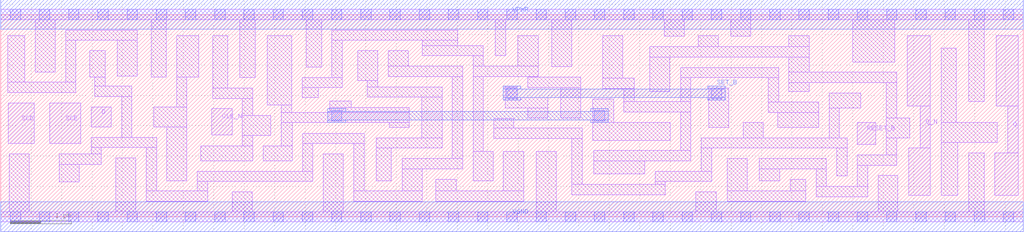
<source format=lef>
# Copyright 2020 The SkyWater PDK Authors
#
# Licensed under the Apache License, Version 2.0 (the "License");
# you may not use this file except in compliance with the License.
# You may obtain a copy of the License at
#
#     https://www.apache.org/licenses/LICENSE-2.0
#
# Unless required by applicable law or agreed to in writing, software
# distributed under the License is distributed on an "AS IS" BASIS,
# WITHOUT WARRANTIES OR CONDITIONS OF ANY KIND, either express or implied.
# See the License for the specific language governing permissions and
# limitations under the License.
#
# SPDX-License-Identifier: Apache-2.0

VERSION 5.5 ;
NAMESCASESENSITIVE ON ;
BUSBITCHARS "[]" ;
DIVIDERCHAR "/" ;
MACRO sky130_fd_sc_ls__sdfbbn_1
  CLASS CORE ;
  SOURCE USER ;
  ORIGIN  0.000000  0.000000 ;
  SIZE  16.80000 BY  3.330000 ;
  SYMMETRY X Y ;
  SITE unit ;
  PIN D
    ANTENNAGATEAREA  0.159000 ;
    DIRECTION INPUT ;
    USE SIGNAL ;
    PORT
      LAYER li1 ;
        RECT 1.485000 1.480000 1.815000 1.810000 ;
    END
  END D
  PIN Q
    ANTENNADIFFAREA  0.541300 ;
    DIRECTION OUTPUT ;
    USE SIGNAL ;
    PORT
      LAYER li1 ;
        RECT 16.335000 0.350000 16.715000 1.050000 ;
        RECT 16.355000 1.820000 16.715000 2.980000 ;
        RECT 16.545000 1.050000 16.715000 1.820000 ;
    END
  END Q
  PIN Q_N
    ANTENNADIFFAREA  0.541300 ;
    DIRECTION OUTPUT ;
    USE SIGNAL ;
    PORT
      LAYER li1 ;
        RECT 14.890000 1.820000 15.275000 2.980000 ;
        RECT 14.915000 0.350000 15.275000 1.130000 ;
        RECT 15.105000 1.130000 15.275000 1.820000 ;
    END
  END Q_N
  PIN RESET_B
    ANTENNAGATEAREA  0.159000 ;
    DIRECTION INPUT ;
    USE SIGNAL ;
    PORT
      LAYER li1 ;
        RECT 14.075000 1.190000 14.380000 1.550000 ;
    END
  END RESET_B
  PIN SCD
    ANTENNAGATEAREA  0.159000 ;
    DIRECTION INPUT ;
    USE SIGNAL ;
    PORT
      LAYER li1 ;
        RECT 0.125000 1.205000 0.550000 1.875000 ;
    END
  END SCD
  PIN SCE
    ANTENNAGATEAREA  0.318000 ;
    DIRECTION INPUT ;
    USE SIGNAL ;
    PORT
      LAYER li1 ;
        RECT 0.805000 1.205000 1.315000 1.875000 ;
    END
  END SCE
  PIN SET_B
    ANTENNAPARTIALMETALSIDEAREA  2.541000 ;
    DIRECTION INPUT ;
    USE SIGNAL ;
    PORT
      LAYER met1 ;
        RECT  8.255000 1.920000  8.545000 1.965000 ;
        RECT  8.255000 1.965000 11.905000 2.105000 ;
        RECT  8.255000 2.105000  8.545000 2.150000 ;
        RECT 11.615000 1.920000 11.905000 1.965000 ;
        RECT 11.615000 2.105000 11.905000 2.150000 ;
    END
  END SET_B
  PIN CLK_N
    ANTENNAGATEAREA  0.279000 ;
    DIRECTION INPUT ;
    USE CLOCK ;
    PORT
      LAYER li1 ;
        RECT 3.470000 1.350000 3.800000 1.780000 ;
    END
  END CLK_N
  PIN VGND
    DIRECTION INOUT ;
    SHAPE ABUTMENT ;
    USE GROUND ;
    PORT
      LAYER met1 ;
        RECT 0.000000 -0.245000 16.800000 0.245000 ;
    END
  END VGND
  PIN VPWR
    DIRECTION INOUT ;
    SHAPE ABUTMENT ;
    USE POWER ;
    PORT
      LAYER met1 ;
        RECT 0.000000 3.085000 16.800000 3.575000 ;
    END
  END VPWR
  OBS
    LAYER li1 ;
      RECT  0.000000 -0.085000 16.800000 0.085000 ;
      RECT  0.000000  3.245000 16.800000 3.415000 ;
      RECT  0.115000  2.045000  1.235000 2.215000 ;
      RECT  0.115000  2.215000  0.395000 2.980000 ;
      RECT  0.140000  0.085000  0.470000 1.035000 ;
      RECT  0.565000  2.385000  0.895000 3.245000 ;
      RECT  0.960000  0.575000  1.290000 0.865000 ;
      RECT  0.960000  0.865000  1.655000 1.035000 ;
      RECT  1.065000  2.215000  1.235000 2.905000 ;
      RECT  1.065000  2.905000  2.245000 3.075000 ;
      RECT  1.465000  2.300000  1.715000 2.735000 ;
      RECT  1.485000  1.035000  1.655000 1.140000 ;
      RECT  1.485000  1.140000  2.560000 1.310000 ;
      RECT  1.545000  1.980000  2.155000 2.150000 ;
      RECT  1.545000  2.150000  1.715000 2.300000 ;
      RECT  1.890000  0.085000  2.220000 0.970000 ;
      RECT  1.915000  2.320000  2.245000 2.905000 ;
      RECT  1.985000  1.310000  2.155000 1.980000 ;
      RECT  2.390000  0.255000  3.400000 0.425000 ;
      RECT  2.390000  0.425000  2.560000 1.140000 ;
      RECT  2.470000  2.300000  2.720000 3.245000 ;
      RECT  2.510000  1.480000  3.060000 1.810000 ;
      RECT  2.730000  0.595000  3.060000 1.480000 ;
      RECT  2.890000  1.810000  3.060000 2.300000 ;
      RECT  2.890000  2.300000  3.250000 2.980000 ;
      RECT  3.230000  0.425000  3.400000 0.580000 ;
      RECT  3.230000  0.580000  5.130000 0.750000 ;
      RECT  3.290000  0.920000  4.140000 1.170000 ;
      RECT  3.480000  1.950000  4.140000 2.120000 ;
      RECT  3.480000  2.120000  3.730000 2.980000 ;
      RECT  3.800000  0.085000  4.130000 0.410000 ;
      RECT  3.930000  2.290000  4.180000 3.245000 ;
      RECT  3.970000  1.170000  4.140000 1.340000 ;
      RECT  3.970000  1.340000  4.440000 1.670000 ;
      RECT  3.970000  1.670000  4.140000 1.950000 ;
      RECT  4.310000  0.920000  4.790000 1.170000 ;
      RECT  4.380000  1.840000  4.780000 2.980000 ;
      RECT  4.610000  1.170000  4.790000 1.550000 ;
      RECT  4.610000  1.550000  6.710000 1.720000 ;
      RECT  4.610000  1.720000  4.780000 1.840000 ;
      RECT  4.950000  1.965000  5.215000 2.125000 ;
      RECT  4.950000  2.125000  5.610000 2.295000 ;
      RECT  4.960000  0.750000  5.130000 1.205000 ;
      RECT  4.960000  1.205000  5.970000 1.375000 ;
      RECT  5.020000  2.465000  5.270000 3.245000 ;
      RECT  5.300000  0.085000  5.630000 1.035000 ;
      RECT  5.405000  1.720000  6.710000 1.800000 ;
      RECT  5.405000  1.800000  5.755000 1.905000 ;
      RECT  5.440000  2.295000  5.610000 2.905000 ;
      RECT  5.440000  2.905000  7.505000 3.075000 ;
      RECT  5.800000  0.255000  6.925000 0.425000 ;
      RECT  5.800000  0.425000  5.970000 1.205000 ;
      RECT  5.865000  2.245000  6.195000 2.735000 ;
      RECT  6.025000  1.970000  7.250000 2.140000 ;
      RECT  6.025000  2.140000  6.195000 2.245000 ;
      RECT  6.170000  0.595000  6.420000 1.130000 ;
      RECT  6.170000  1.130000  7.250000 1.300000 ;
      RECT  6.365000  2.310000  7.590000 2.480000 ;
      RECT  6.365000  2.480000  6.695000 2.735000 ;
      RECT  6.380000  1.470000  6.710000 1.550000 ;
      RECT  6.595000  0.425000  6.925000 0.790000 ;
      RECT  6.595000  0.790000  7.590000 0.960000 ;
      RECT  6.920000  1.300000  7.250000 1.970000 ;
      RECT  6.925000  2.650000  7.930000 2.820000 ;
      RECT  6.925000  2.820000  7.505000 2.905000 ;
      RECT  7.150000  0.255000  8.590000 0.425000 ;
      RECT  7.150000  0.425000  7.480000 0.620000 ;
      RECT  7.420000  0.960000  7.590000 2.310000 ;
      RECT  7.760000  0.595000  8.090000 1.080000 ;
      RECT  7.760000  1.080000  7.930000 2.310000 ;
      RECT  7.760000  2.310000  8.830000 2.480000 ;
      RECT  7.760000  2.480000  7.930000 2.650000 ;
      RECT  8.100000  1.290000  9.555000 1.460000 ;
      RECT  8.100000  1.460000  8.430000 1.620000 ;
      RECT  8.125000  2.650000  8.295000 3.245000 ;
      RECT  8.260000  0.425000  8.590000 1.080000 ;
      RECT  8.285000  1.790000  8.990000 1.960000 ;
      RECT  8.285000  1.960000  8.490000 2.140000 ;
      RECT  8.495000  2.480000  8.830000 2.980000 ;
      RECT  8.660000  1.630000  8.990000 1.790000 ;
      RECT  8.660000  2.130000  9.530000 2.300000 ;
      RECT  8.660000  2.300000  8.830000 2.310000 ;
      RECT  8.795000  0.085000  9.125000 1.080000 ;
      RECT  9.050000  2.470000  9.380000 3.245000 ;
      RECT  9.200000  1.630000  9.530000 2.130000 ;
      RECT  9.385000  0.365000 10.920000 0.535000 ;
      RECT  9.385000  0.535000  9.555000 1.290000 ;
      RECT  9.725000  1.260000 11.000000 1.555000 ;
      RECT  9.725000  1.555000 10.070000 1.940000 ;
      RECT  9.745000  0.705000 10.580000 0.920000 ;
      RECT  9.745000  0.920000 11.340000 1.090000 ;
      RECT  9.890000  2.110000 10.410000 2.280000 ;
      RECT  9.890000  2.280000 10.220000 2.980000 ;
      RECT 10.240000  1.725000 11.340000 1.895000 ;
      RECT 10.240000  1.895000 10.410000 2.110000 ;
      RECT 10.665000  2.065000 10.995000 2.630000 ;
      RECT 10.665000  2.630000 13.280000 2.800000 ;
      RECT 10.750000  0.535000 10.920000 0.580000 ;
      RECT 10.750000  0.580000 11.680000 0.750000 ;
      RECT 10.900000  2.970000 11.230000 3.245000 ;
      RECT 11.170000  1.090000 11.340000 1.725000 ;
      RECT 11.170000  1.895000 11.340000 2.290000 ;
      RECT 11.170000  2.290000 12.780000 2.460000 ;
      RECT 11.415000  0.085000 11.755000 0.410000 ;
      RECT 11.460000  2.800000 11.790000 2.980000 ;
      RECT 11.510000  0.750000 11.680000 1.130000 ;
      RECT 11.510000  1.130000 13.905000 1.300000 ;
      RECT 11.630000  1.470000 11.960000 2.120000 ;
      RECT 11.935000  0.255000 13.225000 0.425000 ;
      RECT 11.935000  0.425000 12.265000 0.960000 ;
      RECT 11.995000  2.970000 12.325000 3.245000 ;
      RECT 12.200000  1.300000 12.530000 1.550000 ;
      RECT 12.465000  0.595000 12.795000 0.790000 ;
      RECT 12.465000  0.790000 13.565000 0.960000 ;
      RECT 12.610000  1.720000 13.440000 1.890000 ;
      RECT 12.610000  1.890000 12.780000 2.290000 ;
      RECT 12.770000  1.470000 13.440000 1.720000 ;
      RECT 12.950000  2.060000 13.280000 2.210000 ;
      RECT 12.950000  2.210000 14.720000 2.380000 ;
      RECT 12.950000  2.380000 13.280000 2.630000 ;
      RECT 12.950000  2.800000 13.280000 2.980000 ;
      RECT 12.975000  0.425000 13.225000 0.620000 ;
      RECT 13.395000  0.330000 14.245000 0.500000 ;
      RECT 13.395000  0.500000 13.565000 0.790000 ;
      RECT 13.610000  1.300000 13.780000 1.790000 ;
      RECT 13.610000  1.790000 14.130000 2.040000 ;
      RECT 13.735000  0.670000 13.905000 1.130000 ;
      RECT 14.000000  2.550000 14.690000 3.245000 ;
      RECT 14.075000  0.500000 14.245000 0.850000 ;
      RECT 14.075000  0.850000 14.720000 1.020000 ;
      RECT 14.415000  0.085000 14.735000 0.680000 ;
      RECT 14.550000  1.020000 14.720000 1.300000 ;
      RECT 14.550000  1.300000 14.935000 1.630000 ;
      RECT 14.550000  1.630000 14.720000 2.210000 ;
      RECT 15.450000  0.350000 15.725000 1.220000 ;
      RECT 15.450000  1.220000 16.375000 1.550000 ;
      RECT 15.450000  1.550000 15.700000 2.780000 ;
      RECT 15.905000  0.085000 16.155000 1.050000 ;
      RECT 15.905000  1.900000 16.155000 3.245000 ;
    LAYER mcon ;
      RECT  0.155000 -0.085000  0.325000 0.085000 ;
      RECT  0.155000  3.245000  0.325000 3.415000 ;
      RECT  0.635000 -0.085000  0.805000 0.085000 ;
      RECT  0.635000  3.245000  0.805000 3.415000 ;
      RECT  1.115000 -0.085000  1.285000 0.085000 ;
      RECT  1.115000  3.245000  1.285000 3.415000 ;
      RECT  1.595000 -0.085000  1.765000 0.085000 ;
      RECT  1.595000  3.245000  1.765000 3.415000 ;
      RECT  2.075000 -0.085000  2.245000 0.085000 ;
      RECT  2.075000  3.245000  2.245000 3.415000 ;
      RECT  2.555000 -0.085000  2.725000 0.085000 ;
      RECT  2.555000  3.245000  2.725000 3.415000 ;
      RECT  3.035000 -0.085000  3.205000 0.085000 ;
      RECT  3.035000  3.245000  3.205000 3.415000 ;
      RECT  3.515000 -0.085000  3.685000 0.085000 ;
      RECT  3.515000  3.245000  3.685000 3.415000 ;
      RECT  3.995000 -0.085000  4.165000 0.085000 ;
      RECT  3.995000  3.245000  4.165000 3.415000 ;
      RECT  4.475000 -0.085000  4.645000 0.085000 ;
      RECT  4.475000  3.245000  4.645000 3.415000 ;
      RECT  4.955000 -0.085000  5.125000 0.085000 ;
      RECT  4.955000  3.245000  5.125000 3.415000 ;
      RECT  5.435000 -0.085000  5.605000 0.085000 ;
      RECT  5.435000  1.580000  5.605000 1.750000 ;
      RECT  5.435000  3.245000  5.605000 3.415000 ;
      RECT  5.915000 -0.085000  6.085000 0.085000 ;
      RECT  5.915000  3.245000  6.085000 3.415000 ;
      RECT  6.395000 -0.085000  6.565000 0.085000 ;
      RECT  6.395000  3.245000  6.565000 3.415000 ;
      RECT  6.875000 -0.085000  7.045000 0.085000 ;
      RECT  6.875000  3.245000  7.045000 3.415000 ;
      RECT  7.355000 -0.085000  7.525000 0.085000 ;
      RECT  7.355000  3.245000  7.525000 3.415000 ;
      RECT  7.835000 -0.085000  8.005000 0.085000 ;
      RECT  7.835000  3.245000  8.005000 3.415000 ;
      RECT  8.315000 -0.085000  8.485000 0.085000 ;
      RECT  8.315000  1.950000  8.485000 2.120000 ;
      RECT  8.315000  3.245000  8.485000 3.415000 ;
      RECT  8.795000 -0.085000  8.965000 0.085000 ;
      RECT  8.795000  3.245000  8.965000 3.415000 ;
      RECT  9.275000 -0.085000  9.445000 0.085000 ;
      RECT  9.275000  3.245000  9.445000 3.415000 ;
      RECT  9.755000 -0.085000  9.925000 0.085000 ;
      RECT  9.755000  1.580000  9.925000 1.750000 ;
      RECT  9.755000  3.245000  9.925000 3.415000 ;
      RECT 10.235000 -0.085000 10.405000 0.085000 ;
      RECT 10.235000  3.245000 10.405000 3.415000 ;
      RECT 10.715000 -0.085000 10.885000 0.085000 ;
      RECT 10.715000  3.245000 10.885000 3.415000 ;
      RECT 11.195000 -0.085000 11.365000 0.085000 ;
      RECT 11.195000  3.245000 11.365000 3.415000 ;
      RECT 11.675000 -0.085000 11.845000 0.085000 ;
      RECT 11.675000  1.950000 11.845000 2.120000 ;
      RECT 11.675000  3.245000 11.845000 3.415000 ;
      RECT 12.155000 -0.085000 12.325000 0.085000 ;
      RECT 12.155000  3.245000 12.325000 3.415000 ;
      RECT 12.635000 -0.085000 12.805000 0.085000 ;
      RECT 12.635000  3.245000 12.805000 3.415000 ;
      RECT 13.115000 -0.085000 13.285000 0.085000 ;
      RECT 13.115000  3.245000 13.285000 3.415000 ;
      RECT 13.595000 -0.085000 13.765000 0.085000 ;
      RECT 13.595000  3.245000 13.765000 3.415000 ;
      RECT 14.075000 -0.085000 14.245000 0.085000 ;
      RECT 14.075000  3.245000 14.245000 3.415000 ;
      RECT 14.555000 -0.085000 14.725000 0.085000 ;
      RECT 14.555000  3.245000 14.725000 3.415000 ;
      RECT 15.035000 -0.085000 15.205000 0.085000 ;
      RECT 15.035000  3.245000 15.205000 3.415000 ;
      RECT 15.515000 -0.085000 15.685000 0.085000 ;
      RECT 15.515000  3.245000 15.685000 3.415000 ;
      RECT 15.995000 -0.085000 16.165000 0.085000 ;
      RECT 15.995000  3.245000 16.165000 3.415000 ;
      RECT 16.475000 -0.085000 16.645000 0.085000 ;
      RECT 16.475000  3.245000 16.645000 3.415000 ;
    LAYER met1 ;
      RECT 5.375000 1.550000 5.665000 1.595000 ;
      RECT 5.375000 1.595000 9.985000 1.735000 ;
      RECT 5.375000 1.735000 5.665000 1.780000 ;
      RECT 9.695000 1.550000 9.985000 1.595000 ;
      RECT 9.695000 1.735000 9.985000 1.780000 ;
  END
END sky130_fd_sc_ls__sdfbbn_1

</source>
